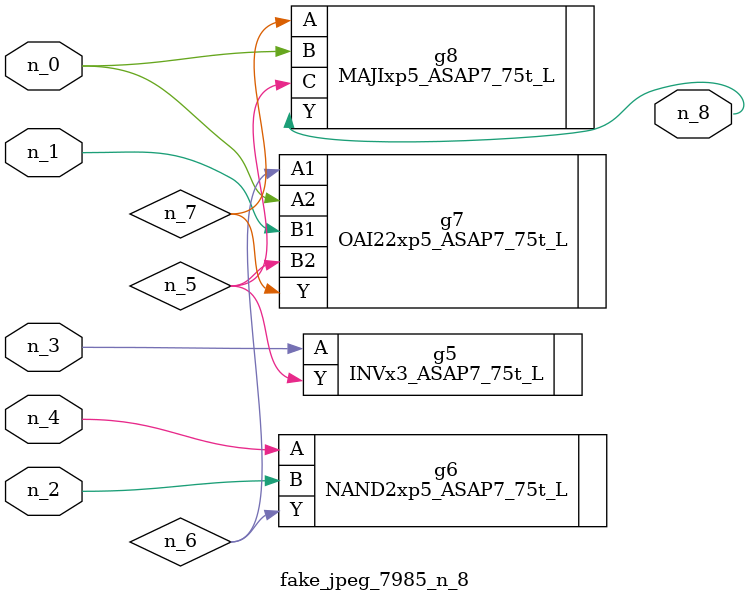
<source format=v>
module fake_jpeg_7985_n_8 (n_3, n_2, n_1, n_0, n_4, n_8);

input n_3;
input n_2;
input n_1;
input n_0;
input n_4;

output n_8;

wire n_6;
wire n_5;
wire n_7;

INVx3_ASAP7_75t_L g5 ( 
.A(n_3),
.Y(n_5)
);

NAND2xp5_ASAP7_75t_L g6 ( 
.A(n_4),
.B(n_2),
.Y(n_6)
);

OAI22xp5_ASAP7_75t_L g7 ( 
.A1(n_6),
.A2(n_0),
.B1(n_1),
.B2(n_5),
.Y(n_7)
);

MAJIxp5_ASAP7_75t_L g8 ( 
.A(n_7),
.B(n_0),
.C(n_5),
.Y(n_8)
);


endmodule
</source>
